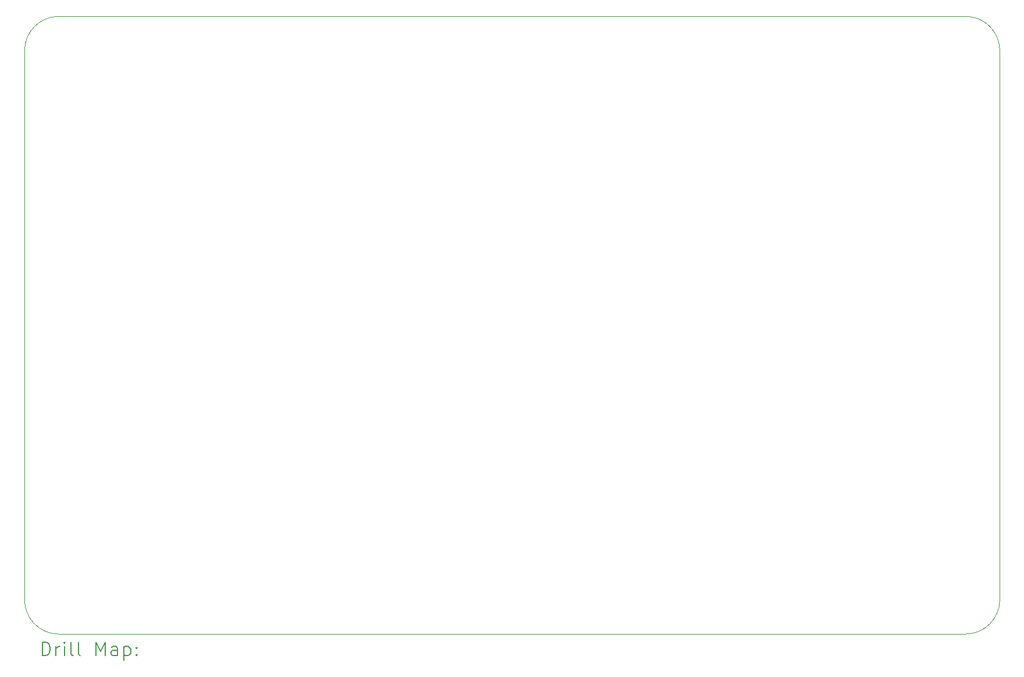
<source format=gbr>
%TF.GenerationSoftware,KiCad,Pcbnew,8.0.6*%
%TF.CreationDate,2025-05-19T10:34:59-04:00*%
%TF.ProjectId,CAEN_NEVIS_DAQ_12V,4341454e-5f4e-4455-9649-535f4441515f,rev?*%
%TF.SameCoordinates,Original*%
%TF.FileFunction,Drillmap*%
%TF.FilePolarity,Positive*%
%FSLAX45Y45*%
G04 Gerber Fmt 4.5, Leading zero omitted, Abs format (unit mm)*
G04 Created by KiCad (PCBNEW 8.0.6) date 2025-05-19 10:34:59*
%MOMM*%
%LPD*%
G01*
G04 APERTURE LIST*
%ADD10C,0.050000*%
%ADD11C,0.200000*%
G04 APERTURE END LIST*
D10*
X21400000Y-12400000D02*
X21400000Y-4400000D01*
X21400000Y-12400000D02*
G75*
G02*
X20900000Y-12900000I-500000J0D01*
G01*
X7700000Y-12900000D02*
X20900000Y-12900000D01*
X20900000Y-3900000D02*
X7700000Y-3900000D01*
X7200000Y-4400000D02*
X7200000Y-12400000D01*
X7700000Y-12900000D02*
G75*
G02*
X7200000Y-12400000I0J500000D01*
G01*
X7200000Y-4400000D02*
G75*
G02*
X7700000Y-3900000I500000J0D01*
G01*
X20900000Y-3900000D02*
G75*
G02*
X21400000Y-4400000I0J-500000D01*
G01*
D11*
X7458277Y-13213984D02*
X7458277Y-13013984D01*
X7458277Y-13013984D02*
X7505896Y-13013984D01*
X7505896Y-13013984D02*
X7534467Y-13023508D01*
X7534467Y-13023508D02*
X7553515Y-13042555D01*
X7553515Y-13042555D02*
X7563039Y-13061603D01*
X7563039Y-13061603D02*
X7572562Y-13099698D01*
X7572562Y-13099698D02*
X7572562Y-13128269D01*
X7572562Y-13128269D02*
X7563039Y-13166365D01*
X7563039Y-13166365D02*
X7553515Y-13185412D01*
X7553515Y-13185412D02*
X7534467Y-13204460D01*
X7534467Y-13204460D02*
X7505896Y-13213984D01*
X7505896Y-13213984D02*
X7458277Y-13213984D01*
X7658277Y-13213984D02*
X7658277Y-13080650D01*
X7658277Y-13118746D02*
X7667801Y-13099698D01*
X7667801Y-13099698D02*
X7677324Y-13090174D01*
X7677324Y-13090174D02*
X7696372Y-13080650D01*
X7696372Y-13080650D02*
X7715420Y-13080650D01*
X7782086Y-13213984D02*
X7782086Y-13080650D01*
X7782086Y-13013984D02*
X7772562Y-13023508D01*
X7772562Y-13023508D02*
X7782086Y-13033031D01*
X7782086Y-13033031D02*
X7791610Y-13023508D01*
X7791610Y-13023508D02*
X7782086Y-13013984D01*
X7782086Y-13013984D02*
X7782086Y-13033031D01*
X7905896Y-13213984D02*
X7886848Y-13204460D01*
X7886848Y-13204460D02*
X7877324Y-13185412D01*
X7877324Y-13185412D02*
X7877324Y-13013984D01*
X8010658Y-13213984D02*
X7991610Y-13204460D01*
X7991610Y-13204460D02*
X7982086Y-13185412D01*
X7982086Y-13185412D02*
X7982086Y-13013984D01*
X8239229Y-13213984D02*
X8239229Y-13013984D01*
X8239229Y-13013984D02*
X8305896Y-13156841D01*
X8305896Y-13156841D02*
X8372562Y-13013984D01*
X8372562Y-13013984D02*
X8372562Y-13213984D01*
X8553515Y-13213984D02*
X8553515Y-13109222D01*
X8553515Y-13109222D02*
X8543991Y-13090174D01*
X8543991Y-13090174D02*
X8524944Y-13080650D01*
X8524944Y-13080650D02*
X8486848Y-13080650D01*
X8486848Y-13080650D02*
X8467801Y-13090174D01*
X8553515Y-13204460D02*
X8534467Y-13213984D01*
X8534467Y-13213984D02*
X8486848Y-13213984D01*
X8486848Y-13213984D02*
X8467801Y-13204460D01*
X8467801Y-13204460D02*
X8458277Y-13185412D01*
X8458277Y-13185412D02*
X8458277Y-13166365D01*
X8458277Y-13166365D02*
X8467801Y-13147317D01*
X8467801Y-13147317D02*
X8486848Y-13137793D01*
X8486848Y-13137793D02*
X8534467Y-13137793D01*
X8534467Y-13137793D02*
X8553515Y-13128269D01*
X8648753Y-13080650D02*
X8648753Y-13280650D01*
X8648753Y-13090174D02*
X8667801Y-13080650D01*
X8667801Y-13080650D02*
X8705896Y-13080650D01*
X8705896Y-13080650D02*
X8724944Y-13090174D01*
X8724944Y-13090174D02*
X8734467Y-13099698D01*
X8734467Y-13099698D02*
X8743991Y-13118746D01*
X8743991Y-13118746D02*
X8743991Y-13175888D01*
X8743991Y-13175888D02*
X8734467Y-13194936D01*
X8734467Y-13194936D02*
X8724944Y-13204460D01*
X8724944Y-13204460D02*
X8705896Y-13213984D01*
X8705896Y-13213984D02*
X8667801Y-13213984D01*
X8667801Y-13213984D02*
X8648753Y-13204460D01*
X8829705Y-13194936D02*
X8839229Y-13204460D01*
X8839229Y-13204460D02*
X8829705Y-13213984D01*
X8829705Y-13213984D02*
X8820182Y-13204460D01*
X8820182Y-13204460D02*
X8829705Y-13194936D01*
X8829705Y-13194936D02*
X8829705Y-13213984D01*
X8829705Y-13090174D02*
X8839229Y-13099698D01*
X8839229Y-13099698D02*
X8829705Y-13109222D01*
X8829705Y-13109222D02*
X8820182Y-13099698D01*
X8820182Y-13099698D02*
X8829705Y-13090174D01*
X8829705Y-13090174D02*
X8829705Y-13109222D01*
M02*

</source>
